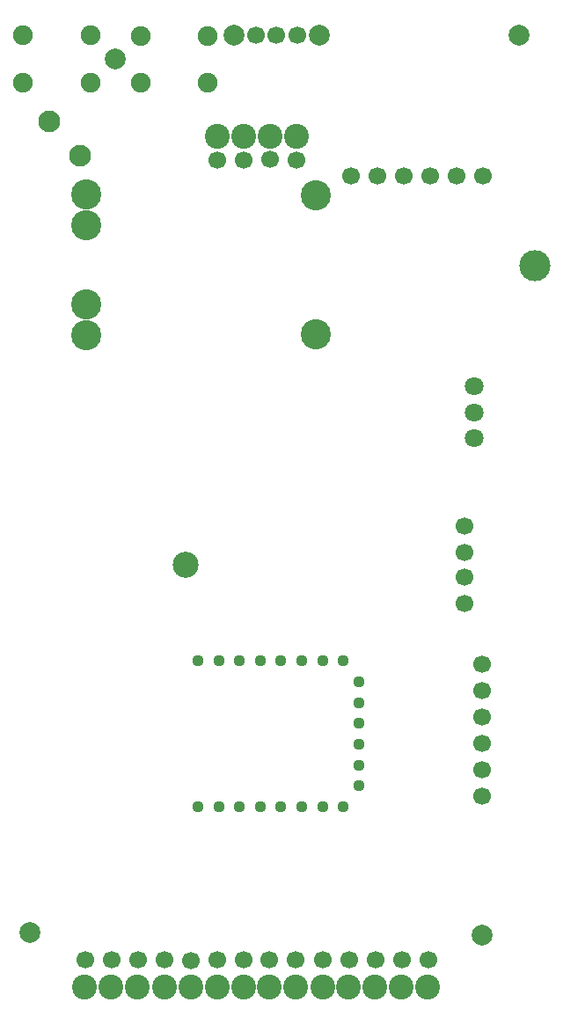
<source format=gbr>
G04 DipTrace 3.1.0.1*
G04 Âåðõíÿÿìàñêà.gbr*
%MOMM*%
G04 #@! TF.FileFunction,Soldermask,Top*
G04 #@! TF.Part,Single*
%ADD26C,1.9*%
%ADD27C,2.1*%
%ADD28C,1.7*%
%ADD37C,1.8*%
%ADD38C,2.0*%
%ADD42C,2.4*%
%ADD45C,1.12366*%
%ADD48C,2.9*%
%ADD49C,2.5*%
%ADD58C,3.0*%
%FSLAX35Y35*%
G04*
G71*
G90*
G75*
G01*
G04 TopMask*
%LPD*%
D38*
X6149750Y10648373D3*
X2270000Y10413873D3*
X5797750Y1987373D3*
X1443750Y2006373D3*
D58*
X6302750Y8426373D3*
D27*
X1629750Y9813373D3*
X1929750Y9488373D3*
D28*
X3250750Y9444373D3*
X3504750Y9441373D3*
X3753750Y9449373D3*
X4008750Y9446373D3*
D3*
X5024750Y1744373D3*
X5276750Y1743373D3*
X4770750Y1744373D3*
X4514750D3*
X4267750D3*
X4002750D3*
X3749750D3*
X3500750D3*
X2993750Y1742373D3*
X3247750Y1744373D3*
X2739750D3*
X2483750D3*
X2229750D3*
X1974750D3*
D26*
X2508123Y10636123D3*
Y10186123D3*
X3158123D3*
Y10636123D3*
X2031877Y10191623D3*
Y10641623D3*
X1381877D3*
Y10191623D3*
D28*
X3619750Y10643373D3*
X3819750D3*
X4019750D3*
D38*
X3409750D3*
X4229750D3*
D42*
X5275750Y1484373D3*
X5022623Y1483373D3*
X4768500Y1485373D3*
X4514500D3*
X4261500Y1484497D3*
X4006500D3*
X3752623Y1484500D3*
X3499750Y1484123D3*
X3246250D3*
X2737750Y1484250D3*
X2990873Y1484373D3*
X2481873Y1484497D3*
X2228250Y1484747D3*
X1974373Y1484497D3*
X4011750Y9673123D3*
X3757750D3*
X3503750D3*
X3249750D3*
D45*
X4461750Y3221373D3*
X4261750D3*
X4061750D3*
X3861750D3*
X3661750D3*
X3461750D3*
X3261750D3*
X3061750D3*
X4461750Y4621373D3*
X4261750D3*
X4061750D3*
X3861750D3*
X3661750D3*
X3461750D3*
X3261750D3*
X3061750D3*
X4611750Y3621373D3*
Y4421373D3*
Y3421373D3*
Y4021373D3*
Y3821373D3*
Y4221373D3*
D48*
X4198750Y9108373D3*
Y7768373D3*
X1983750Y7758373D3*
Y8058373D3*
Y8813373D3*
Y9113373D3*
D28*
X4539750Y9293373D3*
X4793750D3*
X5047750D3*
X5301750D3*
X5555750D3*
X5809750D3*
X5629750Y5173373D3*
Y5427373D3*
Y5665497D3*
Y5919497D3*
D49*
X2940973Y5548473D3*
D28*
X5799750Y3323373D3*
Y3577373D3*
Y3831373D3*
Y4085373D3*
Y4339373D3*
Y4593373D3*
D37*
X5719750Y6763373D3*
Y7013373D3*
Y7263373D3*
M02*

</source>
